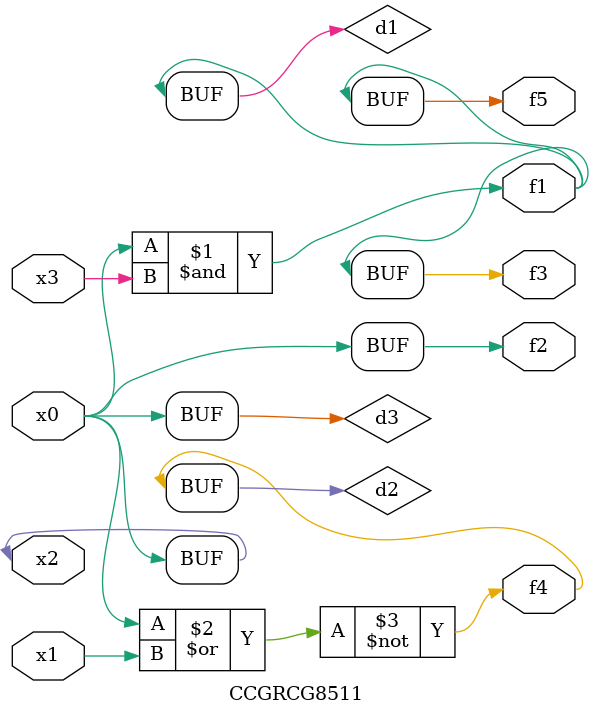
<source format=v>
module CCGRCG8511(
	input x0, x1, x2, x3,
	output f1, f2, f3, f4, f5
);

	wire d1, d2, d3;

	and (d1, x2, x3);
	nor (d2, x0, x1);
	buf (d3, x0, x2);
	assign f1 = d1;
	assign f2 = d3;
	assign f3 = d1;
	assign f4 = d2;
	assign f5 = d1;
endmodule

</source>
